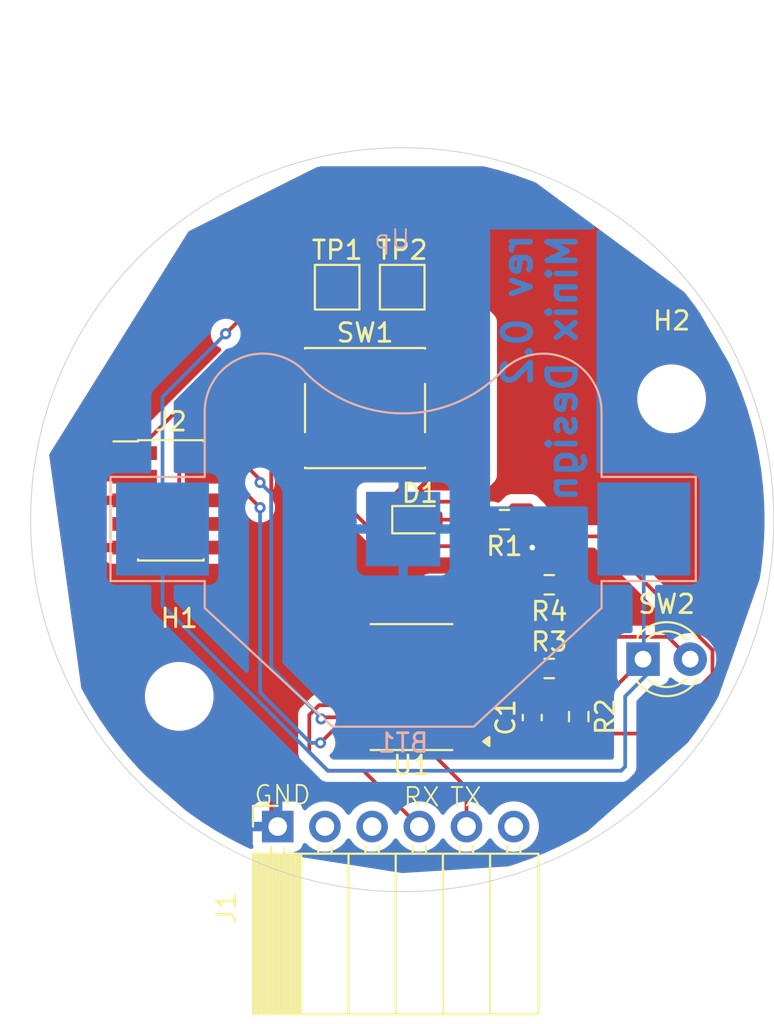
<source format=kicad_pcb>
(kicad_pcb (version 20240108) (generator "pcbnew") (generator_version "8.0")
  (layers (0 "F.Cu" signal) (31 "B.Cu" signal) (34 "B.Paste" user) (35 "F.Paste" user) (36 "B.SilkS" user "B.Silkscreen") (37 "F.SilkS" user "F.Silkscreen") (38 "B.Mask" user) (39 "F.Mask" user) (44 "Edge.Cuts" user))
  (net 0 "")
  (net 1 "GND")
  (net 2 "VCC")
  (net 3 "Net-(D1-A)")
  (net 4 "Net-(U1-PC14{slash}PB9)")
  (net 5 "Net-(J2-~{RESET})")
  (net 6 "Net-(U1-PA0)")
  (net 7 "Net-(SW2-Pin2)")
  (net 16 "/UART_TX")
  (net 22 "/UART_RX")
  (net 27 "Net-(J2-SWCLK{slash}TCK)")
  (net 28 "Net-(J2-SWDIO{slash}TMS)")
  (footprint "Button_Switch_SMD:SW_Push_1P1T_NO_6x6mm_H9.5mm" (layer "F.Cu") (at 188.5 105)
    (property "Reference" "SW1" (at 0 -4.05 0) (layer "F.SilkS"))
    (property "Value" "SW_Push")
    (fp_line (start -3.23 -3.23) (end 3.23 -3.23) (stroke (width 0.12)) (layer "F.SilkS"))
    (fp_line (start -3.23 -3.2) (end -3.23 -3.23) (stroke (width 0.12)) (layer "F.SilkS"))
    (fp_line (start -3.23 -1.3) (end -3.23 1.3) (stroke (width 0.12)) (layer "F.SilkS"))
    (fp_line (start -3.23 3.23) (end -3.23 3.2) (stroke (width 0.12)) (layer "F.SilkS"))
    (fp_line (start -3.23 3.23) (end 3.23 3.23) (stroke (width 0.12)) (layer "F.SilkS"))
    (fp_line (start 3.23 -3.23) (end 3.23 -3.2) (stroke (width 0.12)) (layer "F.SilkS"))
    (fp_line (start 3.23 -1.3) (end 3.23 1.3) (stroke (width 0.12)) (layer "F.SilkS"))
    (fp_line (start 3.23 3.23) (end 3.23 3.2) (stroke (width 0.12)) (layer "F.SilkS"))
    (pad "1" smd rect (at -3.975 -2.25) (size 1.55 1.3) (layers "F.Cu" "F.Paste" "F.Mask") (net 1 "GND"))
    (pad "1" smd rect (at 3.975 -2.25) (size 1.55 1.3) (layers "F.Cu" "F.Paste" "F.Mask") (net 1 "GND"))
    (pad "2" smd rect (at -3.975 2.25) (size 1.55 1.3) (layers "F.Cu" "F.Paste" "F.Mask") (net 5 "Net-(J2-~{RESET})"))
    (pad "2" smd rect (at 3.975 2.25) (size 1.55 1.3) (layers "F.Cu" "F.Paste" "F.Mask") (net 5 "Net-(J2-~{RESET})"))
  )
  (footprint "LED_THT:LED_D3.0mm" (layer "F.Cu") (at 203.46 118.5)
    (property "Reference" "SW2" (at 1.27 -2.96 0) (layer "F.SilkS"))
    (property "Value" "~")
    (fp_line (start -0.29 -1.236) (end -0.29 -1.08) (stroke (width 0.12)) (layer "F.SilkS"))
    (fp_line (start -0.29 1.08) (end -0.29 1.236) (stroke (width 0.12)) (layer "F.SilkS"))
    (fp_arc (start -0.29 -1.235516) (mid 1.366487 -1.987659) (end 2.942335 -1.078608) (stroke (width 0.12)) (layer "F.SilkS"))
    (fp_arc (start 0.229039 -1.08) (mid 1.270117 -1.5) (end 2.31113 -1.079837) (stroke (width 0.12)) (layer "F.SilkS"))
    (fp_arc (start 2.31113 1.079837) (mid 1.270117 1.5) (end 0.229039 1.08) (stroke (width 0.12)) (layer "F.SilkS"))
    (fp_arc (start 2.942335 1.078608) (mid 1.366487 1.987659) (end -0.29 1.235516) (stroke (width 0.12)) (layer "F.SilkS"))
    (pad "1" thru_hole rect (at 0 0) (size 1.8 1.8) (drill 0.9) (layers "*.Cu" "*.Mask") (net 2 "VCC"))
    (pad "2" thru_hole circle (at 2.54 0) (size 1.8 1.8) (drill 0.9) (layers "*.Cu" "*.Mask") (net 7 "Net-(SW2-Pin2)"))
  )
  (footprint "Resistor_SMD:R_0603_1608Metric_Pad0.98x0.95mm_HandSolder" (layer "F.Cu") (at 198.4125 114.5 180)
    (property "Reference" "R4" (at 0 -1.43 180) (layer "F.SilkS"))
    (property "Value" "1k")
    (fp_line (start -0.254724 0.5225) (end 0.254724 0.5225) (stroke (width 0.12)) (layer "F.SilkS"))
    (fp_line (start -0.254724 -0.5225) (end 0.254724 -0.5225) (stroke (width 0.12)) (layer "F.SilkS"))
    (pad "1" smd roundrect (at -0.9125 0 180) (size 0.975 0.95) (layers "F.Cu" "F.Paste" "F.Mask") (net 7 "Net-(SW2-Pin2)"))
    (pad "2" smd roundrect (at 0.9125 0 180) (size 0.975 0.95) (layers "F.Cu" "F.Paste" "F.Mask") (net 1 "GND"))
  )
  (footprint "TestPoint:TestPoint_Pad_2.0x2.0mm" (layer "F.Cu") (at 187 98.5)
    (property "Reference" "TP1" (at 0 -1.998 0) (layer "F.SilkS"))
    (property "Value" "TestPoint")
    (fp_line (start -1.2 -1.2) (end 1.2 -1.2) (stroke (width 0.12)) (layer "F.SilkS"))
    (fp_line (start -1.2 1.2) (end -1.2 -1.2) (stroke (width 0.12)) (layer "F.SilkS"))
    (fp_line (start 1.2 -1.2) (end 1.2 1.2) (stroke (width 0.12)) (layer "F.SilkS"))
    (fp_line (start 1.2 1.2) (end -1.2 1.2) (stroke (width 0.12)) (layer "F.SilkS"))
    (pad "1" smd rect (at 0 0) (size 2 2) (layers "F.Cu" "F.Mask") (net 2 "VCC"))
  )
  (footprint "LED_SMD:LED_0603_1608Metric" (layer "F.Cu") (at 191.45 111)
    (property "Reference" "D1" (at 0 -1.43 0) (layer "F.SilkS"))
    (property "Value" "LED")
    (fp_line (start -1.485 -0.735) (end -1.485 0.735) (stroke (width 0.12)) (layer "F.SilkS"))
    (fp_line (start -1.485 0.735) (end 0.8 0.735) (stroke (width 0.12)) (layer "F.SilkS"))
    (fp_line (start 0.8 -0.735) (end -1.485 -0.735) (stroke (width 0.12)) (layer "F.SilkS"))
    (pad "1" smd roundrect (at -0.7875 0) (size 0.875 0.95) (layers "F.Cu" "F.Paste" "F.Mask") (net 1 "GND"))
    (pad "2" smd roundrect (at 0.7875 0) (size 0.875 0.95) (layers "F.Cu" "F.Paste" "F.Mask") (net 3 "Net-(D1-A)"))
  )
  (footprint "Resistor_SMD:R_0603_1608Metric_Pad0.98x0.95mm_HandSolder" (layer "F.Cu") (at 198.4125 119)
    (property "Reference" "R3" (at 0 -1.43 0) (layer "F.SilkS"))
    (property "Value" "100R")
    (fp_line (start -0.254724 -0.5225) (end 0.254724 -0.5225) (stroke (width 0.12)) (layer "F.SilkS"))
    (fp_line (start -0.254724 0.5225) (end 0.254724 0.5225) (stroke (width 0.12)) (layer "F.SilkS"))
    (pad "1" smd roundrect (at -0.9125 0) (size 0.975 0.95) (layers "F.Cu" "F.Paste" "F.Mask") (net 6 "Net-(U1-PA0)"))
    (pad "2" smd roundrect (at 0.9125 0) (size 0.975 0.95) (layers "F.Cu" "F.Paste" "F.Mask") (net 7 "Net-(SW2-Pin2)"))
  )
  (footprint "MountingHole:MountingHole_3.2mm_M3" (layer "F.Cu") (at 205 104.5)
    (property "Reference" "H2" (at 0 -4.2 0) (layer "F.SilkS"))
    (property "Value" "MountingHole")
    (pad "" np_thru_hole circle (at 0 0) (size 3.2 3.2) (drill 3.2) (layers "*.Cu" "*.Mask"))
  )
  (footprint "Connector_PinHeader_1.27mm:PinHeader_2x05_P1.27mm_Vertical_SMD" (layer "F.Cu") (at 178.05 109.96)
    (property "Reference" "J2" (at 0 -4.235 0) (layer "F.SilkS"))
    (property "Value" "Conn_ARM_JTAG_SWD_10")
    (fp_line (start -3.09 -3.17) (end -1.765 -3.17) (stroke (width 0.12)) (layer "F.SilkS"))
    (fp_line (start -1.765 -3.235) (end -1.765 -3.17) (stroke (width 0.12)) (layer "F.SilkS"))
    (fp_line (start -1.765 -3.235) (end 1.765 -3.235) (stroke (width 0.12)) (layer "F.SilkS"))
    (fp_line (start -1.765 3.17) (end -1.765 3.235) (stroke (width 0.12)) (layer "F.SilkS"))
    (fp_line (start -1.765 3.235) (end 1.765 3.235) (stroke (width 0.12)) (layer "F.SilkS"))
    (fp_line (start 1.765 -3.235) (end 1.765 -3.17) (stroke (width 0.12)) (layer "F.SilkS"))
    (fp_line (start 1.765 3.17) (end 1.765 3.235) (stroke (width 0.12)) (layer "F.SilkS"))
    (pad "1" smd rect (at -1.95 -2.54) (size 2.4 0.74) (layers "F.Cu" "F.Paste" "F.Mask") (net 2 "VCC"))
    (pad "2" smd rect (at 1.95 -2.54) (size 2.4 0.74) (layers "F.Cu" "F.Paste" "F.Mask") (net 28 "Net-(J2-SWDIO{slash}TMS)"))
    (pad "3" smd rect (at -1.95 -1.27) (size 2.4 0.74) (layers "F.Cu" "F.Paste" "F.Mask") (net 1 "GND"))
    (pad "4" smd rect (at 1.95 -1.27) (size 2.4 0.74) (layers "F.Cu" "F.Paste" "F.Mask") (net 27 "Net-(J2-SWCLK{slash}TCK)"))
    (pad "5" smd rect (at -1.95 0) (size 2.4 0.74) (layers "F.Cu" "F.Paste" "F.Mask") (net 1 "GND"))
    (pad "6" smd rect (at 1.95 0) (size 2.4 0.74) (layers "F.Cu" "F.Paste" "F.Mask"))
    (pad "7" smd rect (at -1.95 1.27) (size 2.4 0.74) (layers "F.Cu" "F.Paste" "F.Mask"))
    (pad "8" smd rect (at 1.95 1.27) (size 2.4 0.74) (layers "F.Cu" "F.Paste" "F.Mask"))
    (pad "9" smd rect (at -1.95 2.54) (size 2.4 0.74) (layers "F.Cu" "F.Paste" "F.Mask") (net 1 "GND"))
    (pad "10" smd rect (at 1.95 2.54) (size 2.4 0.74) (layers "F.Cu" "F.Paste" "F.Mask") (net 5 "Net-(J2-~{RESET})"))
  )
  (footprint "Package_SO:TSSOP-20_4.4x6.5mm_P0.65mm" (layer "F.Cu") (at 191 120 180)
    (property "Reference" "U1" (at 0 -4.2 180) (layer "F.SilkS"))
    (property "Value" "STM32G030F6Px")
    (fp_line (start 0 3.385) (end 2.2 3.385) (stroke (width 0.12)) (layer "F.SilkS"))
    (fp_line (start 0 3.385) (end -2.2 3.385) (stroke (width 0.12)) (layer "F.SilkS"))
    (fp_line (start 0 -3.385) (end 2.2 -3.385) (stroke (width 0.12)) (layer "F.SilkS"))
    (fp_line (start 0 -3.385) (end -2.2 -3.385) (stroke (width 0.12)) (layer "F.SilkS"))
    (fp_poly (pts (xy -3.86 -2.925) (xy -4.19 -3.165) (xy -4.19 -2.685) (xy -3.86 -2.925)) (stroke (width 0.12)) (fill solid) (layer "F.SilkS"))
    (pad "1" smd roundrect (at -2.8625 -2.925 180) (size 1.475 0.4) (layers "F.Cu" "F.Paste" "F.Mask"))
    (pad "2" smd roundrect (at -2.8625 -2.275 180) (size 1.475 0.4) (layers "F.Cu" "F.Paste" "F.Mask") (net 4 "Net-(U1-PC14{slash}PB9)"))
    (pad "3" smd roundrect (at -2.8625 -1.625 180) (size 1.475 0.4) (layers "F.Cu" "F.Paste" "F.Mask"))
    (pad "4" smd roundrect (at -2.8625 -0.975 180) (size 1.475 0.4) (layers "F.Cu" "F.Paste" "F.Mask") (net 2 "VCC"))
    (pad "5" smd roundrect (at -2.8625 -0.325 180) (size 1.475 0.4) (layers "F.Cu" "F.Paste" "F.Mask") (net 1 "GND"))
    (pad "6" smd roundrect (at -2.8625 0.325 180) (size 1.475 0.4) (layers "F.Cu" "F.Paste" "F.Mask") (net 5 "Net-(J2-~{RESET})"))
    (pad "7" smd roundrect (at -2.8625 0.975 180) (size 1.475 0.4) (layers "F.Cu" "F.Paste" "F.Mask") (net 6 "Net-(U1-PA0)"))
    (pad "8" smd roundrect (at -2.8625 1.625 180) (size 1.475 0.4) (layers "F.Cu" "F.Paste" "F.Mask"))
    (pad "9" smd roundrect (at -2.8625 2.275 180) (size 1.475 0.4) (layers "F.Cu" "F.Paste" "F.Mask"))
    (pad "10" smd roundrect (at -2.8625 2.925 180) (size 1.475 0.4) (layers "F.Cu" "F.Paste" "F.Mask"))
    (pad "11" smd roundrect (at 2.8625 2.925 180) (size 1.475 0.4) (layers "F.Cu" "F.Paste" "F.Mask"))
    (pad "12" smd roundrect (at 2.8625 2.275 180) (size 1.475 0.4) (layers "F.Cu" "F.Paste" "F.Mask"))
    (pad "13" smd roundrect (at 2.8625 1.625 180) (size 1.475 0.4) (layers "F.Cu" "F.Paste" "F.Mask"))
    (pad "14" smd roundrect (at 2.8625 0.975 180) (size 1.475 0.4) (layers "F.Cu" "F.Paste" "F.Mask"))
    (pad "15" smd roundrect (at 2.8625 0.325 180) (size 1.475 0.4) (layers "F.Cu" "F.Paste" "F.Mask"))
    (pad "16" smd roundrect (at 2.8625 -0.325 180) (size 1.475 0.4) (layers "F.Cu" "F.Paste" "F.Mask") (net 16 "/UART_TX"))
    (pad "17" smd roundrect (at 2.8625 -0.975 180) (size 1.475 0.4) (layers "F.Cu" "F.Paste" "F.Mask") (net 22 "/UART_RX"))
    (pad "18" smd roundrect (at 2.8625 -1.625 180) (size 1.475 0.4) (layers "F.Cu" "F.Paste" "F.Mask") (net 28 "Net-(J2-SWDIO{slash}TMS)"))
    (pad "19" smd roundrect (at 2.8625 -2.275 180) (size 1.475 0.4) (layers "F.Cu" "F.Paste" "F.Mask") (net 27 "Net-(J2-SWCLK{slash}TCK)"))
    (pad "20" smd roundrect (at 2.8625 -2.925 180) (size 1.475 0.4) (layers "F.Cu" "F.Paste" "F.Mask"))
  )
  (footprint "Resistor_SMD:R_0603_1608Metric_Pad0.98x0.95mm_HandSolder" (layer "F.Cu") (at 196 111 180)
    (property "Reference" "R1" (at 0 -1.43 180) (layer "F.SilkS"))
    (property "Value" "100R")
    (fp_line (start -0.254724 0.5225) (end 0.254724 0.5225) (stroke (width 0.12)) (layer "F.SilkS"))
    (fp_line (start -0.254724 -0.5225) (end 0.254724 -0.5225) (stroke (width 0.12)) (layer "F.SilkS"))
    (pad "1" smd roundrect (at -0.9125 0 180) (size 0.975 0.95) (layers "F.Cu" "F.Paste" "F.Mask") (net 4 "Net-(U1-PC14{slash}PB9)"))
    (pad "2" smd roundrect (at 0.9125 0 180) (size 0.975 0.95) (layers "F.Cu" "F.Paste" "F.Mask") (net 3 "Net-(D1-A)"))
  )
  (footprint "Capacitor_SMD:C_0603_1608Metric_Pad1.08x0.95mm_HandSolder" (layer "F.Cu") (at 197.5 121.6375 90)
    (property "Reference" "C1" (at 0 -1.43 -90) (layer "F.SilkS"))
    (property "Value" "0.1uF")
    (fp_line (start -0.146267 -0.51) (end 0.146267 -0.51) (stroke (width 0.12)) (layer "F.SilkS"))
    (fp_line (start -0.146267 0.51) (end 0.146267 0.51) (stroke (width 0.12)) (layer "F.SilkS"))
    (pad "1" smd roundrect (at -0.8625 0 90) (size 1.075 0.95) (layers "F.Cu" "F.Paste" "F.Mask") (net 5 "Net-(J2-~{RESET})"))
    (pad "2" smd roundrect (at 0.8625 0 90) (size 1.075 0.95) (layers "F.Cu" "F.Paste" "F.Mask") (net 1 "GND"))
  )
  (footprint "TestPoint:TestPoint_Pad_2.0x2.0mm" (layer "F.Cu") (at 190.5 98.5)
    (property "Reference" "TP2" (at 0 -1.998 0) (layer "F.SilkS"))
    (property "Value" "TestPoint")
    (fp_line (start -1.2 -1.2) (end 1.2 -1.2) (stroke (width 0.12)) (layer "F.SilkS"))
    (fp_line (start -1.2 1.2) (end -1.2 -1.2) (stroke (width 0.12)) (layer "F.SilkS"))
    (fp_line (start 1.2 -1.2) (end 1.2 1.2) (stroke (width 0.12)) (layer "F.SilkS"))
    (fp_line (start 1.2 1.2) (end -1.2 1.2) (stroke (width 0.12)) (layer "F.SilkS"))
    (pad "1" smd rect (at 0 0) (size 2 2) (layers "F.Cu" "F.Mask") (net 1 "GND"))
  )
  (footprint "MountingHole:MountingHole_3.2mm_M3" (layer "F.Cu") (at 178.5 120.5)
    (property "Reference" "H1" (at 0 -4.2 0) (layer "F.SilkS"))
    (property "Value" "MountingHole")
    (pad "" np_thru_hole circle (at 0 0) (size 3.2 3.2) (drill 3.2) (layers "*.Cu" "*.Mask"))
  )
  (footprint "Connector_PinSocket_2.54mm:PinSocket_1x06_P2.54mm_Horizontal" (layer "F.Cu") (at 183.8 127.5 90)
    (property "Reference" "J1" (at -4.38 -2.77 -90) (layer "F.SilkS"))
    (property "Value" "Conn_01x06_Pin")
    (fp_line (start 1.11 -1.33) (end 1.11 0) (stroke (width 0.12)) (layer "F.SilkS"))
    (fp_line (start 0 -1.33) (end 1.11 -1.33) (stroke (width 0.12)) (layer "F.SilkS"))
    (fp_line (start -1.46 -1.33) (end -1.46 14.03) (stroke (width 0.12)) (layer "F.SilkS"))
    (fp_line (start -10.09 -1.33) (end -1.46 -1.33) (stroke (width 0.12)) (layer "F.SilkS"))
    (fp_line (start -10.09 -1.33) (end -10.09 14.03) (stroke (width 0.12)) (layer "F.SilkS"))
    (fp_line (start -10.09 -1.21) (end -1.46 -1.21) (stroke (width 0.12)) (layer "F.SilkS"))
    (fp_line (start -10.09 -1.091905) (end -1.46 -1.091905) (stroke (width 0.12)) (layer "F.SilkS"))
    (fp_line (start -10.09 -0.97381) (end -1.46 -0.97381) (stroke (width 0.12)) (layer "F.SilkS"))
    (fp_line (start -10.09 -0.855715) (end -1.46 -0.855715) (stroke (width 0.12)) (layer "F.SilkS"))
    (fp_line (start -10.09 -0.73762) (end -1.46 -0.73762) (stroke (width 0.12)) (layer "F.SilkS"))
    (fp_line (start -10.09 -0.619525) (end -1.46 -0.619525) (stroke (width 0.12)) (layer "F.SilkS"))
    (fp_line (start -10.09 -0.50143) (end -1.46 -0.50143) (stroke (width 0.12)) (layer "F.SilkS"))
    (fp_line (start -10.09 -0.383335) (end -1.46 -0.383335) (stroke (width 0.12)) (layer "F.SilkS"))
    (fp_line (start -1.46 -0.36) (end -1.11 -0.36) (stroke (width 0.12)) (layer "F.SilkS"))
    (fp_line (start -10.09 -0.26524) (end -1.46 -0.26524) (stroke (width 0.12)) (layer "F.SilkS"))
    (fp_line (start -10.09 -0.147145) (end -1.46 -0.147145) (stroke (width 0.12)) (layer "F.SilkS"))
    (fp_line (start -10.09 -0.02905) (end -1.46 -0.02905) (stroke (width 0.12)) (layer "F.SilkS"))
    (fp_line (start -10.09 0.089045) (end -1.46 0.089045) (stroke (width 0.12)) (layer "F.SilkS"))
    (fp_line (start -10.09 0.20714) (end -1.46 0.20714) (stroke (width 0.12)) (layer "F.SilkS"))
    (fp_line (start -10.09 0.325235) (end -1.46 0.325235) (stroke (width 0.12)) (layer "F.SilkS"))
    (fp_line (start -1.46 0.36) (end -1.11 0.36) (stroke (width 0.12)) (layer "F.SilkS"))
    (fp_line (start -10.09 0.44333) (end -1.46 0.44333) (stroke (width 0.12)) (layer "F.SilkS"))
    (fp_line (start -10.09 0.561425) (end -1.46 0.561425) (stroke (width 0.12)) (layer "F.SilkS"))
    (fp_line (start -10.09 0.67952) (end -1.46 0.67952) (stroke (width 0.12)) (layer "F.SilkS"))
    (fp_line (start -10.09 0.797615) (end -1.46 0.797615) (stroke (width 0.12)) (layer "F.SilkS"))
    (fp_line (start -10.09 0.91571) (end -1.46 0.91571) (stroke (width 0.12)) (layer "F.SilkS"))
    (fp_line (start -10.09 1.033805) (end -1.46 1.033805) (stroke (width 0.12)) (layer "F.SilkS"))
    (fp_line (start -10.09 1.1519) (end -1.46 1.1519) (stroke (width 0.12)) (layer "F.SilkS"))
    (fp_line (start -10.09 1.27) (end -1.46 1.27) (stroke (width 0.12)) (layer "F.SilkS"))
    (fp_line (start -1.46 2.18) (end -1.05 2.18) (stroke (width 0.12)) (layer "F.SilkS"))
    (fp_line (start -1.46 2.9) (end -1.05 2.9) (stroke (width 0.12)) (layer "F.SilkS"))
    (fp_line (start -10.09 3.81) (end -1.46 3.81) (stroke (width 0.12)) (layer "F.SilkS"))
    (fp_line (start -1.46 4.72) (end -1.05 4.72) (stroke (width 0.12)) (layer "F.SilkS"))
    (fp_line (start -1.46 5.44) (end -1.05 5.44) (stroke (width 0.12)) (layer "F.SilkS"))
    (fp_line (start -10.09 6.35) (end -1.46 6.35) (stroke (width 0.12)) (layer "F.SilkS"))
    (fp_line (start -1.46 7.26) (end -1.05 7.26) (stroke (width 0.12)) (layer "F.SilkS"))
    (fp_line (start -1.46 7.98) (end -1.05 7.98) (stroke (width 0.12)) (layer "F.SilkS"))
    (fp_line (start -10.09 8.89) (end -1.46 8.89) (stroke (width 0.12)) (layer "F.SilkS"))
    (fp_line (start -1.46 9.8) (end -1.05 9.8) (stroke (width 0.12)) (layer "F.SilkS"))
    (fp_line (start -1.46 10.52) (end -1.05 10.52) (stroke (width 0.12)) (layer "F.SilkS"))
    (fp_line (start -10.09 11.43) (end -1.46 11.43) (stroke (width 0.12)) (layer "F.SilkS"))
    (fp_line (start -1.46 12.34) (end -1.05 12.34) (stroke (width 0.12)) (layer "F.SilkS"))
    (fp_line (start -1.46 13.06) (end -1.05 13.06) (stroke (width 0.12)) (layer "F.SilkS"))
    (fp_line (start -10.09 14.03) (end -1.46 14.03) (stroke (width 0.12)) (layer "F.SilkS"))
    (pad "1" thru_hole rect (at 0 0 90) (size 1.7 1.7) (drill 1) (layers "*.Cu" "*.Mask") (net 1 "GND"))
    (pad "2" thru_hole oval (at 0 2.54 90) (size 1.7 1.7) (drill 1) (layers "*.Cu" "*.Mask"))
    (pad "3" thru_hole oval (at 0 5.08 90) (size 1.7 1.7) (drill 1) (layers "*.Cu" "*.Mask"))
    (pad "4" thru_hole oval (at 0 7.62 90) (size 1.7 1.7) (drill 1) (layers "*.Cu" "*.Mask") (net 22 "/UART_RX"))
    (pad "5" thru_hole oval (at 0 10.16 90) (size 1.7 1.7) (drill 1) (layers "*.Cu" "*.Mask") (net 16 "/UART_TX"))
    (pad "6" thru_hole oval (at 0 12.7 90) (size 1.7 1.7) (drill 1) (layers "*.Cu" "*.Mask"))
  )
  (footprint "Resistor_SMD:R_0603_1608Metric_Pad0.98x0.95mm_HandSolder" (layer "F.Cu") (at 200 121.5875 -90)
    (property "Reference" "R2" (at 0 -1.43 90) (layer "F.SilkS"))
    (property "Value" "R")
    (fp_line (start -0.254724 0.5225) (end 0.254724 0.5225) (stroke (width 0.12)) (layer "F.SilkS"))
    (fp_line (start -0.254724 -0.5225) (end 0.254724 -0.5225) (stroke (width 0.12)) (layer "F.SilkS"))
    (pad "1" smd roundrect (at -0.9125 0 270) (size 0.975 0.95) (layers "F.Cu" "F.Paste" "F.Mask") (net 2 "VCC"))
    (pad "2" smd roundrect (at 0.9125 0 270) (size 0.975 0.95) (layers "F.Cu" "F.Paste" "F.Mask") (net 5 "Net-(J2-~{RESET})"))
  )
  (footprint "Battery:BatteryHolder_Multicomp_BC-2001_1x2032" (layer "B.Cu") (at 190.55 111.5 180)
    (property "Reference" "BT1" (at 0 -11.5 180) (layer "B.SilkS") (effects (justify mirror)))
    (property "Value" "Battery_Cell")
    (fp_line (start 15.75 2.8) (end 15.75 -2.8) (stroke (width 0.12)) (layer "B.SilkS"))
    (fp_line (start 15.75 -2.8) (end 10.68 -2.8) (stroke (width 0.12)) (layer "B.SilkS"))
    (fp_line (start 10.68 6.35) (end 10.68 2.8) (stroke (width 0.12)) (layer "B.SilkS"))
    (fp_line (start 10.68 2.8) (end 15.75 2.8) (stroke (width 0.12)) (layer "B.SilkS"))
    (fp_line (start 10.68 -4.25) (end 10.68 -2.8) (stroke (width 0.12)) (layer "B.SilkS"))
    (fp_line (start 3.8 -10.63) (end 10.68 -4.25) (stroke (width 0.12)) (layer "B.SilkS"))
    (fp_line (start -3.8 -10.63) (end 3.8 -10.63) (stroke (width 0.12)) (layer "B.SilkS"))
    (fp_line (start -3.8 -10.63) (end -10.68 -4.25) (stroke (width 0.12)) (layer "B.SilkS"))
    (fp_line (start -10.68 6.28) (end -10.68 2.8) (stroke (width 0.12)) (layer "B.SilkS"))
    (fp_line (start -10.68 2.8) (end -15.75 2.8) (stroke (width 0.12)) (layer "B.SilkS"))
    (fp_line (start -10.68 -2.8) (end -15.75 -2.8) (stroke (width 0.12)) (layer "B.SilkS"))
    (fp_line (start -10.68 -4.25) (end -10.68 -2.8) (stroke (width 0.12)) (layer "B.SilkS"))
    (fp_line (start -15.75 2.8) (end -15.75 -2.8) (stroke (width 0.12)) (layer "B.SilkS"))
    (fp_arc (start 10.68 6.3) (mid 8.734461 9.197232) (end 5.316452 8.492753) (stroke (width 0.12)) (layer "B.SilkS"))
    (fp_arc (start -5.169999 8.330001) (mid 0.096808 6.218103) (end 5.306422 8.467392) (stroke (width 0.12)) (layer "B.SilkS"))
    (fp_arc (start -5.180001 8.339999) (mid -8.637972 9.23169) (end -10.677058 6.3) (stroke (width 0.12)) (layer "B.SilkS"))
    (pad "1" smd rect (at -12.95 0 180) (size 5 5) (layers "B.Cu" "B.Paste" "B.Mask") (net 2 "VCC"))
    (pad "1" smd rect (at 12.95 0 180) (size 5 5) (layers "B.Cu" "B.Paste" "B.Mask") (net 2 "VCC"))
    (pad "2" smd rect (at 0 0 180) (size 4 4) (layers "B.Cu" "B.Paste" "B.Mask") (net 1 "GND"))
  )
  (gr_circle (center 190.5 111) (end 190.5 91) (stroke (width 0.05)) (fill none) (layer "Edge.Cuts"))
  (gr_text "rev 0.2\nMinix Design" (at 200 95.5 90) (layer "B.Cu") (effects (font (size 1.5 1.5) (thickness 0.3) (bold yes)) (justify left bottom mirror)))
  (gr_text "Up " (at 191 96.5 0) (layer "B.SilkS") (effects (font (size 1 1) (thickness 0.1)) (justify left bottom mirror)))
  (gr_text "TX" (at 193 126.5 0) (layer "F.SilkS") (effects (font (size 1 1) (thickness 0.1)) (justify left bottom)))
  (gr_text "GND" (at 182.47 126.39 0) (layer "F.SilkS") (effects (font (size 1 1) (thickness 0.1)) (justify left bottom)))
  (gr_text "RX" (at 190.5 126.5 0) (layer "F.SilkS") (effects (font (size 1 1) (thickness 0.1)) (justify left bottom)))
  (segment (start 197.5 114.5) (end 197.5 112.5) (width 0.2) (layer "F.Cu") (net 1))
  (segment (start 192 109) (end 190.6625 110.3375) (width 0.2) (layer "F.Cu") (net 1))
  (segment (start 198.2875 115.2875) (end 197.5 114.5) (width 0.2) (layer "F.Cu") (net 1))
  (segment (start 194.5 103) (end 194.5 108.5) (width 0.2) (layer "F.Cu") (net 1))
  (segment (start 192 98.5) (end 192.5 99) (width 0.2) (layer "F.Cu") (net 1))
  (segment (start 192.5 100) (end 192.475 100.025) (width 0.2) (layer "F.Cu") (net 1))
  (segment (start 192.5 99) (end 192.5 100) (width 0.2) (layer "F.Cu") (net 1))
  (segment (start 194.5 108.5) (end 194 109) (width 0.2) (layer "F.Cu") (net 1))
  (segment (start 192.475 100.025) (end 192.475 102.75) (width 0.2) (layer "F.Cu") (net 1))
  (segment (start 183.45 103.825) (end 183.45 127.15) (width 0.2) (layer "F.Cu") (net 1))
  (segment (start 197.5 120.775) (end 198.2875 119.9875) (width 0.2) (layer "F.Cu") (net 1))
  (segment (start 184.525 102.75) (end 183.45 103.825) (width 0.2) (layer "F.Cu") (net 1))
  (segment (start 192.475 102.75) (end 194.25 102.75) (width 0.2) (layer "F.Cu") (net 1))
  (segment (start 194 109) (end 192 109) (width 0.2) (layer "F.Cu") (net 1))
  (segment (start 190.6625 110.3375) (end 190.6625 111) (width 0.2) (layer "F.Cu") (net 1))
  (segment (start 198.2875 119.9875) (end 198.2875 115.2875) (width 0.2) (layer "F.Cu") (net 1))
  (segment (start 190.5 98.5) (end 192 98.5) (width 0.2) (layer "F.Cu") (net 1))
  (segment (start 193.8625 120.325) (end 197.05 120.325) (width 0.2) (layer "F.Cu") (net 1))
  (segment (start 197.05 120.325) (end 197.5 120.775) (width 0.2) (layer "F.Cu") (net 1))
  (segment (start 183.45 127.15) (end 183.8 127.5) (width 0.2) (layer "F.Cu") (net 1))
  (segment (start 194.25 102.75) (end 194.5 103) (width 0.2) (layer "F.Cu") (net 1))
  (segment (start 192.475 102.75) (end 184.525 102.75) (width 0.2) (layer "F.Cu") (net 1))
  (via (at 197.5 112.5) (size 0.6) (drill 0.3) (layers "F.Cu" "B.Cu") (net 1))
  (segment (start 190.55 111.5) (end 196.5 111.5) (width 0.2) (layer "B.Cu") (net 1))
  (segment (start 196.5 111.5) (end 197.5 112.5) (width 0.2) (layer "B.Cu") (net 1))
  (segment (start 200 120.675) (end 201.285 120.675) (width 0.2) (layer "F.Cu") (net 2))
  (segment (start 198.904222 120.675) (end 197.966722 121.6125) (width 0.2) (layer "F.Cu") (net 2))
  (segment (start 185.02 98.5) (end 187 98.5) (width 0.2) (layer "F.Cu") (net 2))
  (segment (start 196.395778 120.975) (end 193.8625 120.975) (width 0.2) (layer "F.Cu") (net 2))
  (segment (start 183.5 98.5) (end 181 101) (width 0.2) (layer "F.Cu") (net 2))
  (segment (start 197.966722 121.6125) (end 197.033278 121.6125) (width 0.2) (layer "F.Cu") (net 2))
  (segment (start 187 98.5) (end 183.5 98.5) (width 0.2) (layer "F.Cu") (net 2))
  (segment (start 201.285 120.675) (end 203.46 118.5) (width 0.2) (layer "F.Cu") (net 2))
  (segment (start 176.1 107.42) (end 185.02 98.5) (width 0.2) (layer "F.Cu") (net 2))
  (segment (start 200 120.675) (end 198.904222 120.675) (width 0.2) (layer "F.Cu") (net 2))
  (segment (start 197.033278 121.6125) (end 196.395778 120.975) (width 0.2) (layer "F.Cu") (net 2))
  (via (at 181 101) (size 0.6) (drill 0.3) (layers "F.Cu" "B.Cu") (net 2))
  (segment (start 203.5 118.46) (end 203.46 118.5) (width 0.2) (layer "B.Cu") (net 2))
  (segment (start 202.5 120.5) (end 202.5 124.28) (width 0.2) (layer "B.Cu") (net 2))
  (segment (start 177.6 111.5) (end 177.6 104.4) (width 0.2) (layer "B.Cu") (net 2))
  (segment (start 177.6 115.6) (end 177.6 111.5) (width 0.2) (layer "B.Cu") (net 2))
  (segment (start 186.5 124.5) (end 177.6 115.6) (width 0.2) (layer "B.Cu") (net 2))
  (segment (start 202.28 124.5) (end 186.5 124.5) (width 0.2) (layer "B.Cu") (net 2))
  (segment (start 177.6 104.4) (end 181 101) (width 0.2) (layer "B.Cu") (net 2))
  (segment (start 202.5 120.5) (end 204.04 118.96) (width 0.2) (layer "B.Cu") (net 2))
  (segment (start 203.5 111.5) (end 203.5 118.46) (width 0.2) (layer "B.Cu") (net 2))
  (segment (start 202.5 124.28) (end 202.28 124.5) (width 0.2) (layer "B.Cu") (net 2))
  (segment (start 192.2375 111) (end 195.0875 111) (width 0.2) (layer "F.Cu") (net 3))
  (segment (start 193.8625 122.275) (end 193.125001 122.275) (width 0.2) (layer "F.Cu") (net 4))
  (segment (start 192 121.149999) (end 192 114.5) (width 0.2) (layer "F.Cu") (net 4))
  (segment (start 193.4125 114.5) (end 196.9125 111) (width 0.2) (layer "F.Cu") (net 4))
  (segment (start 192 114.5) (end 193.4125 114.5) (width 0.2) (layer "F.Cu") (net 4))
  (segment (start 193.125001 122.275) (end 192 121.149999) (width 0.2) (layer "F.Cu") (net 4))
  (segment (start 193.8625 119.675) (end 193.125001 119.675) (width 0.2) (layer "F.Cu") (net 5))
  (segment (start 196.125 111.221814) (end 196.125 110.533278) (width 0.2) (layer "F.Cu") (net 5))
  (segment (start 191.8 97.2) (end 195 100.4) (width 0.2) (layer "F.Cu") (net 5))
  (segment (start 193.125001 119.675) (end 192.825 119.374999) (width 0.2) (layer "F.Cu") (net 5))
  (segment (start 180 112.5) (end 179.17 112.5) (width 0.2) (layer "F.Cu") (net 5))
  (segment (start 193.532843 110.032843) (end 191.532843 110.032843) (width 0.2) (layer "F.Cu") (net 5))
  (segment (start 196.125 110.533278) (end 196.433278 110.225) (width 0.2) (layer "F.Cu") (net 5))
  (segment (start 195 100.4) (end 195 108.565686) (width 0.2) (layer "F.Cu") (net 5))
  (segment (start 185.45 99.8) (end 189.2 99.8) (width 0.2) (layer "F.Cu") (net 5))
  (segment (start 189.05 111.775) (end 184.525 107.25) (width 0.2) (layer "F.Cu") (net 5))
  (segment (start 178.5 111.83) (end 178.5 106.75) (width 0.2) (layer "F.Cu") (net 5))
  (segment (start 195 108.565686) (end 193.532843 110.032843) (width 0.2) (layer "F.Cu") (net 5))
  (segment (start 189.2 99.8) (end 189.2 97.2) (width 0.2) (layer "F.Cu") (net 5))
  (segment (start 184.525 107.25) (end 192.475 107.25) (width 0.2) (layer "F.Cu") (net 5))
  (segment (start 191.102186 111.775) (end 189.05 111.775) (width 0.2) (layer "F.Cu") (net 5))
  (segment (start 191.4 111.477186) (end 191.102186 111.775) (width 0.2) (layer "F.Cu") (net 5))
  (segment (start 191.4 110.165686) (end 191.4 111.477186) (width 0.2) (layer "F.Cu") (net 5))
  (segment (start 194.921814 112.425) (end 196.125 111.221814) (width 0.2) (layer "F.Cu") (net 5))
  (segment (start 192.825 119.374999) (end 192.825 116.326471) (width 0.2) (layer "F.Cu") (net 5))
  (segment (start 197.125 111.775) (end 192.825 116.075) (width 0.2) (layer "F.Cu") (net 5))
  (segment (start 189.925 109.8) (end 189.925 112.425) (width 0.2) (layer "F.Cu") (net 5))
  (segment (start 197.391722 111.775) (end 197.125 111.775) (width 0.2) (layer "F.Cu") (net 5))
  (segment (start 200 122.5) (end 197.5 122.5) (width 0.2) (layer "F.Cu") (net 5))
  (segment (start 197.391722 110.225) (end 197.7 110.533278) (width 0.2) (layer "F.Cu") (net 5))
  (segment (start 197.7 111.466722) (end 197.391722 111.775) (width 0.2) (layer "F.Cu") (net 5))
  (segment (start 179.17 112.5) (end 178.5 111.83) (width 0.2) (layer "F.Cu") (net 5))
  (segment (start 192.825 116.326471) (end 197.251471 111.9) (width 0.2) (layer "F.Cu") (net 5))
  (segment (start 204 122.5) (end 200 122.5) (width 0.2) (layer "F.Cu") (net 5))
  (segment (start 197.7 110.533278) (end 197.7 111.466722) (width 0.2) (layer "F.Cu") (net 5))
  (segment (start 201.097057 111.9) (end 207.2 118.002943) (width 0.2) (layer "F.Cu") (net 5))
  (segment (start 192.475 107.25) (end 189.925 109.8) (width 0.2) (layer "F.Cu") (net 5))
  (segment (start 197.251471 111.9) (end 201.097057 111.9) (width 0.2) (layer "F.Cu") (net 5))
  (segment (start 189.925 112.425) (end 194.921814 112.425) (width 0.2) (layer "F.Cu") (net 5))
  (segment (start 207.2 119.3) (end 204 122.5) (width 0.2) (layer "F.Cu") (net 5))
  (segment (start 196.433278 110.225) (end 197.391722 110.225) (width 0.2) (layer "F.Cu") (net 5))
  (segment (start 192.825 116.075) (end 192.825 119.374999) (width 0.2) (layer "F.Cu") (net 5))
  (segment (start 178.5 106.75) (end 185.45 99.8) (width 0.2) (layer "F.Cu") (net 5))
  (segment (start 191.532843 110.032843) (end 191.4 110.165686) (width 0.2) (layer "F.Cu") (net 5))
  (segment (start 207.2 118.002943) (end 207.2 119.3) (width 0.2) (layer "F.Cu") (net 5))
  (segment (start 189.2 97.2) (end 191.8 97.2) (width 0.2) (layer "F.Cu") (net 5))
  (segment (start 193.8625 119.025) (end 197.475 119.025) (width 0.2) (layer "F.Cu") (net 6))
  (segment (start 197.475 119.025) (end 197.5 119) (width 0.2) (layer "F.Cu") (net 6))
  (segment (start 199.325 114.5) (end 199.325 119) (width 0.2) (layer "F.Cu") (net 7))
  (segment (start 201.025 117.3) (end 199.325 119) (width 0.2) (layer "F.Cu") (net 7))
  (segment (start 206 118.5) (end 204.8 117.3) (width 0.2) (layer "F.Cu") (net 7))
  (segment (start 204.8 117.3) (end 201.025 117.3) (width 0.2) (layer "F.Cu") (net 7))
  (segment (start 193.96 125.410001) (end 193.96 127.5) (width 0.2) (layer "F.Cu") (net 16))
  (segment (start 188.874999 120.325) (end 193.96 125.410001) (width 0.2) (layer "F.Cu") (net 16))
  (segment (start 188.1375 120.325) (end 188.874999 120.325) (width 0.2) (layer "F.Cu") (net 16))
  (segment (start 186.025 120.975) (end 185.5 121.5) (width 0.2) (layer "F.Cu") (net 22))
  (segment (start 185.5 121.5) (end 185.5 123.5) (width 0.2) (layer "F.Cu") (net 22))
  (segment (start 188.42 124.5) (end 191.42 127.5) (width 0.2) (layer "F.Cu") (net 22))
  (segment (start 188.1375 120.975) (end 186.025 120.975) (width 0.2) (layer "F.Cu") (net 22))
  (segment (start 186.5 124.5) (end 188.42 124.5) (width 0.2) (layer "F.Cu") (net 22))
  (segment (start 185.5 123.5) (end 186.5 124.5) (width 0.2) (layer "F.Cu") (net 22))
  (segment (start 182 109.5) (end 182.85 110.35) (width 0.2) (layer "F.Cu") (net 27))
  (segment (start 181.19 108.69) (end 182 109.5) (width 0.2) (layer "F.Cu") (net 27))
  (segment (start 180 108.69) (end 181.19 108.69) (width 0.2) (layer "F.Cu") (net 27))
  (segment (start 186.825 122.275) (end 188.1375 122.275) (width 0.2) (layer "F.Cu") (net 27))
  (segment (start 186.1 123) (end 186.825 122.275) (width 0.2) (layer "F.Cu") (net 27))
  (via (at 186.1 123) (size 0.6) (drill 0.3) (layers "F.Cu" "B.Cu") (net 27))
  (via (at 182.85 110.35) (size 0.6) (drill 0.3) (layers "F.Cu" "B.Cu") (net 27))
  (segment (start 182.85 120.284314) (end 185.565686 123) (width 0.2) (layer "B.Cu") (net 27))
  (segment (start 185.565686 123) (end 186.1 123) (width 0.2) (layer "B.Cu") (net 27))
  (segment (start 182.85 110.35) (end 182.85 120.284314) (width 0.2) (layer "B.Cu") (net 27))
  (segment (start 181.42 107.42) (end 182 108) (width 0.2) (layer "F.Cu") (net 28))
  (segment (start 186.223529 121.625) (end 186.135334 121.713195) (width 0.2) (layer "F.Cu") (net 28))
  (segment (start 188.1375 121.625) (end 186.223529 121.625) (width 0.2) (layer "F.Cu") (net 28))
  (segment (start 182 108) (end 182.85 108.85) (width 0.2) (layer "F.Cu") (net 28))
  (segment (start 180 107.42) (end 181.42 107.42) (width 0.2) (layer "F.Cu") (net 28))
  (segment (start 182.85 108.85) (end 182.85 109) (width 0.2) (layer "F.Cu") (net 28))
  (via (at 186.135334 121.713195) (size 0.6) (drill 0.3) (layers "F.Cu" "B.Cu") (net 28))
  (via (at 182.85 109) (size 0.6) (drill 0.3) (layers "F.Cu" "B.Cu") (net 28))
  (segment (start 183.45 118.95) (end 186.135334 121.635334) (width 0.2) (layer "B.Cu") (net 28))
  (segment (start 186.135334 121.635334) (end 186.135334 121.713195) (width 0.2) (layer "B.Cu") (net 28))
  (segment (start 183.45 109.6) (end 183.45 118.95) (width 0.2) (layer "B.Cu") (net 28))
  (segment (start 182.85 109) (end 183.45 109.6) (width 0.2) (layer "B.Cu") (net 28))
  (zone (net 1) (net_name "GND") (layers "F&B.Cu") (name "GND") (connect_pads (clearance 0.5)) (min_thickness 0.25) (fill yes (thermal_gap 0.5) (thermal_bridge_width 0.5))
    (polygon (pts (xy 179 95.5) (xy 171.5 107.5) (xy 173.5 122) (xy 181 128.5) (xy 190.5 130) (xy 198.5 129.5) (xy 207 122) (xy 210.5 112) (xy 209.5 105) (xy 206 99) (xy 196.5 92) (xy 186 92)))
  )
)
</source>
